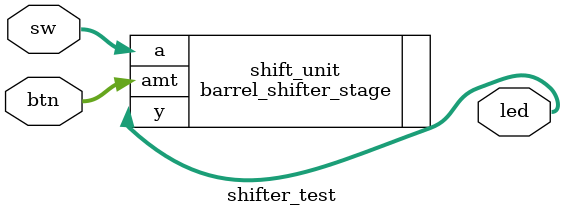
<source format=sv>
module shifter_test
   (
    input  logic [2:0] btn,
    input  logic [7:0] sw,
    output logic [7:0] led
   );

   // instantiate shifter
   barrel_shifter_stage shift_unit
      (.a(sw), .amt(btn), .y(led));
endmodule
</source>
